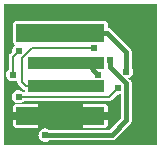
<source format=gbl>
G04 ---------------------------- Layer name :BOTTOM LAYER*
G04 EasyEDA v5.8.22, Tue, 04 Dec 2018 17:39:39 GMT*
G04 4fbf827f123344ad86e77e575569ff78*
G04 Gerber Generator version 0.2*
G04 Scale: 100 percent, Rotated: No, Reflected: No *
G04 Dimensions in millimeters *
G04 leading zeros omitted , absolute positions ,3 integer and 3 decimal *
%FSLAX33Y33*%
%MOMM*%
G90*
G71D02*

%ADD11C,0.200000*%
%ADD12C,0.399999*%
%ADD15C,0.619760*%
%ADD25R,7.500620X1.501140*%
%ADD26R,6.499860X1.000760*%

%LPD*%
G36*
G01X12999Y0D02*
G01X0Y0D01*
G01X0Y11999D01*
G01X12999Y11999D01*
G01X12999Y0D01*
G37*

%LPC*%
G36*
G01X3429Y313D02*
G01X3485Y308D01*
G01X3542Y310D01*
G01X3598Y317D01*
G01X3653Y329D01*
G01X3707Y347D01*
G01X3758Y370D01*
G01X3807Y399D01*
G01X3837Y421D01*
G01X9124Y421D01*
G01X9139Y421D01*
G01X9153Y421D01*
G01X9167Y423D01*
G01X9181Y424D01*
G01X9195Y426D01*
G01X9210Y429D01*
G01X9223Y431D01*
G01X9237Y435D01*
G01X9251Y439D01*
G01X9265Y443D01*
G01X9278Y447D01*
G01X9292Y452D01*
G01X9305Y458D01*
G01X9318Y464D01*
G01X9331Y470D01*
G01X9343Y477D01*
G01X9356Y484D01*
G01X9368Y491D01*
G01X9380Y499D01*
G01X9391Y507D01*
G01X9403Y516D01*
G01X9414Y525D01*
G01X9425Y534D01*
G01X9435Y544D01*
G01X9445Y553D01*
G01X10696Y1803D01*
G01X10705Y1814D01*
G01X10715Y1824D01*
G01X10724Y1835D01*
G01X10733Y1846D01*
G01X10742Y1858D01*
G01X10750Y1869D01*
G01X10758Y1881D01*
G01X10765Y1893D01*
G01X10772Y1906D01*
G01X10779Y1918D01*
G01X10785Y1931D01*
G01X10791Y1944D01*
G01X10797Y1957D01*
G01X10802Y1971D01*
G01X10806Y1984D01*
G01X10810Y1998D01*
G01X10814Y2012D01*
G01X10818Y2025D01*
G01X10820Y2039D01*
G01X10823Y2053D01*
G01X10825Y2068D01*
G01X10826Y2082D01*
G01X10828Y2096D01*
G01X10828Y2110D01*
G01X10828Y2124D01*
G01X10828Y5249D01*
G01X10828Y5264D01*
G01X10828Y5278D01*
G01X10826Y5292D01*
G01X10825Y5306D01*
G01X10823Y5320D01*
G01X10820Y5335D01*
G01X10818Y5349D01*
G01X10814Y5362D01*
G01X10810Y5376D01*
G01X10806Y5390D01*
G01X10802Y5403D01*
G01X10797Y5417D01*
G01X10791Y5430D01*
G01X10785Y5443D01*
G01X10779Y5456D01*
G01X10772Y5468D01*
G01X10765Y5481D01*
G01X10758Y5493D01*
G01X10750Y5505D01*
G01X10742Y5516D01*
G01X10733Y5528D01*
G01X10724Y5539D01*
G01X10715Y5550D01*
G01X10705Y5560D01*
G01X10696Y5571D01*
G01X10553Y5713D01*
G01X10581Y5722D01*
G01X10633Y5745D01*
G01X10682Y5774D01*
G01X10728Y5807D01*
G01X10770Y5844D01*
G01X10808Y5885D01*
G01X10842Y5930D01*
G01X10872Y5979D01*
G01X10896Y6029D01*
G01X10916Y6082D01*
G01X10930Y6137D01*
G01X10938Y6193D01*
G01X10941Y6249D01*
G01X10938Y6306D01*
G01X10930Y6362D01*
G01X10916Y6416D01*
G01X10896Y6469D01*
G01X10872Y6520D01*
G01X10842Y6568D01*
G01X10828Y6587D01*
G01X10828Y7875D01*
G01X10828Y7889D01*
G01X10827Y7903D01*
G01X10826Y7917D01*
G01X10825Y7931D01*
G01X10823Y7946D01*
G01X10820Y7960D01*
G01X10817Y7974D01*
G01X10814Y7987D01*
G01X10810Y8001D01*
G01X10806Y8015D01*
G01X10802Y8028D01*
G01X10797Y8042D01*
G01X10791Y8055D01*
G01X10785Y8068D01*
G01X10779Y8081D01*
G01X10772Y8093D01*
G01X10765Y8106D01*
G01X10758Y8118D01*
G01X10750Y8130D01*
G01X10742Y8141D01*
G01X10733Y8153D01*
G01X10724Y8164D01*
G01X10715Y8175D01*
G01X10705Y8185D01*
G01X10695Y8196D01*
G01X9065Y9826D01*
G01X9055Y9836D01*
G01X9044Y9845D01*
G01X9034Y9854D01*
G01X9023Y9863D01*
G01X9011Y9872D01*
G01X8999Y9880D01*
G01X8988Y9888D01*
G01X8975Y9895D01*
G01X8963Y9903D01*
G01X8950Y9909D01*
G01X8938Y9915D01*
G01X8925Y9921D01*
G01X8911Y9927D01*
G01X8898Y9932D01*
G01X8885Y9936D01*
G01X8871Y9941D01*
G01X8857Y9944D01*
G01X8843Y9948D01*
G01X8829Y9951D01*
G01X8815Y9953D01*
G01X8801Y9955D01*
G01X8801Y9955D01*
G01X8801Y10255D01*
G01X8800Y10266D01*
G01X8800Y10276D01*
G01X8799Y10287D01*
G01X8797Y10297D01*
G01X8795Y10307D01*
G01X8793Y10318D01*
G01X8790Y10328D01*
G01X8787Y10338D01*
G01X8783Y10348D01*
G01X8779Y10357D01*
G01X8775Y10367D01*
G01X8770Y10376D01*
G01X8765Y10385D01*
G01X8759Y10394D01*
G01X8753Y10403D01*
G01X8747Y10411D01*
G01X8740Y10419D01*
G01X8733Y10427D01*
G01X8726Y10435D01*
G01X8719Y10442D01*
G01X8711Y10449D01*
G01X8703Y10456D01*
G01X8694Y10462D01*
G01X8686Y10468D01*
G01X8677Y10473D01*
G01X8667Y10479D01*
G01X8658Y10483D01*
G01X8649Y10488D01*
G01X8639Y10492D01*
G01X8629Y10495D01*
G01X8619Y10499D01*
G01X8609Y10501D01*
G01X8599Y10504D01*
G01X8588Y10506D01*
G01X8578Y10507D01*
G01X8568Y10508D01*
G01X8557Y10509D01*
G01X8547Y10509D01*
G01X1046Y10509D01*
G01X1035Y10509D01*
G01X1025Y10508D01*
G01X1015Y10507D01*
G01X1004Y10506D01*
G01X994Y10504D01*
G01X984Y10501D01*
G01X974Y10499D01*
G01X964Y10495D01*
G01X954Y10492D01*
G01X944Y10488D01*
G01X934Y10483D01*
G01X925Y10479D01*
G01X916Y10473D01*
G01X907Y10468D01*
G01X898Y10462D01*
G01X890Y10456D01*
G01X882Y10449D01*
G01X874Y10442D01*
G01X866Y10435D01*
G01X859Y10427D01*
G01X852Y10419D01*
G01X846Y10411D01*
G01X839Y10403D01*
G01X833Y10394D01*
G01X828Y10385D01*
G01X823Y10376D01*
G01X818Y10367D01*
G01X813Y10357D01*
G01X809Y10348D01*
G01X806Y10338D01*
G01X803Y10328D01*
G01X800Y10318D01*
G01X797Y10307D01*
G01X795Y10297D01*
G01X794Y10287D01*
G01X793Y10276D01*
G01X792Y10266D01*
G01X792Y10255D01*
G01X792Y8754D01*
G01X792Y8744D01*
G01X793Y8733D01*
G01X794Y8723D01*
G01X795Y8712D01*
G01X797Y8702D01*
G01X800Y8692D01*
G01X803Y8682D01*
G01X806Y8672D01*
G01X809Y8662D01*
G01X813Y8652D01*
G01X818Y8643D01*
G01X823Y8633D01*
G01X828Y8624D01*
G01X833Y8615D01*
G01X839Y8607D01*
G01X846Y8598D01*
G01X852Y8590D01*
G01X859Y8582D01*
G01X866Y8575D01*
G01X874Y8567D01*
G01X882Y8560D01*
G01X890Y8554D01*
G01X898Y8547D01*
G01X907Y8541D01*
G01X916Y8536D01*
G01X925Y8531D01*
G01X934Y8526D01*
G01X944Y8522D01*
G01X954Y8517D01*
G01X964Y8514D01*
G01X974Y8511D01*
G01X984Y8508D01*
G01X994Y8506D01*
G01X996Y8505D01*
G01X966Y8490D01*
G01X919Y8459D01*
G01X875Y8424D01*
G01X834Y8385D01*
G01X798Y8341D01*
G01X766Y8295D01*
G01X739Y8245D01*
G01X717Y8193D01*
G01X701Y8139D01*
G01X689Y8084D01*
G01X684Y8028D01*
G01X684Y7971D01*
G01X687Y7938D01*
G01X499Y7750D01*
G01X490Y7741D01*
G01X482Y7731D01*
G01X474Y7722D01*
G01X466Y7712D01*
G01X459Y7701D01*
G01X452Y7691D01*
G01X445Y7680D01*
G01X439Y7669D01*
G01X433Y7658D01*
G01X428Y7647D01*
G01X422Y7635D01*
G01X418Y7623D01*
G01X414Y7611D01*
G01X410Y7599D01*
G01X407Y7587D01*
G01X404Y7575D01*
G01X401Y7562D01*
G01X399Y7550D01*
G01X398Y7537D01*
G01X396Y7525D01*
G01X396Y7512D01*
G01X396Y7500D01*
G01X396Y6441D01*
G01X375Y6424D01*
G01X334Y6385D01*
G01X298Y6341D01*
G01X266Y6295D01*
G01X239Y6245D01*
G01X217Y6193D01*
G01X201Y6139D01*
G01X189Y6084D01*
G01X184Y6028D01*
G01X184Y5971D01*
G01X189Y5915D01*
G01X201Y5860D01*
G01X217Y5806D01*
G01X239Y5754D01*
G01X266Y5704D01*
G01X298Y5657D01*
G01X334Y5614D01*
G01X375Y5575D01*
G01X419Y5540D01*
G01X466Y5509D01*
G01X517Y5483D01*
G01X569Y5463D01*
G01X624Y5447D01*
G01X679Y5437D01*
G01X735Y5433D01*
G01X792Y5435D01*
G01X848Y5442D01*
G01X903Y5454D01*
G01X956Y5472D01*
G01X1008Y5495D01*
G01X1057Y5524D01*
G01X1103Y5557D01*
G01X1145Y5594D01*
G01X1145Y5594D01*
G01X1145Y5374D01*
G01X1146Y5362D01*
G01X1146Y5349D01*
G01X1148Y5337D01*
G01X1149Y5324D01*
G01X1151Y5312D01*
G01X1154Y5299D01*
G01X1156Y5287D01*
G01X1160Y5275D01*
G01X1164Y5263D01*
G01X1168Y5251D01*
G01X1172Y5239D01*
G01X1177Y5227D01*
G01X1183Y5216D01*
G01X1189Y5205D01*
G01X1195Y5194D01*
G01X1202Y5183D01*
G01X1209Y5173D01*
G01X1216Y5162D01*
G01X1224Y5152D01*
G01X1232Y5143D01*
G01X1240Y5133D01*
G01X1249Y5124D01*
G01X1624Y4749D01*
G01X1633Y4740D01*
G01X1643Y4732D01*
G01X1652Y4724D01*
G01X1662Y4716D01*
G01X1673Y4709D01*
G01X1683Y4702D01*
G01X1694Y4695D01*
G01X1705Y4689D01*
G01X1716Y4683D01*
G01X1727Y4677D01*
G01X1739Y4672D01*
G01X1751Y4668D01*
G01X1763Y4664D01*
G01X1775Y4660D01*
G01X1787Y4656D01*
G01X1799Y4654D01*
G01X1800Y4653D01*
G01X1800Y4509D01*
G01X1801Y4498D01*
G01X1801Y4488D01*
G01X1802Y4478D01*
G01X1691Y4478D01*
G01X1683Y4489D01*
G01X1645Y4530D01*
G01X1603Y4567D01*
G01X1557Y4600D01*
G01X1508Y4628D01*
G01X1456Y4652D01*
G01X1403Y4670D01*
G01X1348Y4682D01*
G01X1292Y4689D01*
G01X1235Y4691D01*
G01X1179Y4686D01*
G01X1123Y4677D01*
G01X1069Y4661D01*
G01X1016Y4641D01*
G01X966Y4615D01*
G01X919Y4584D01*
G01X875Y4549D01*
G01X834Y4510D01*
G01X798Y4466D01*
G01X766Y4420D01*
G01X739Y4370D01*
G01X717Y4318D01*
G01X701Y4264D01*
G01X689Y4209D01*
G01X684Y4153D01*
G01X684Y4096D01*
G01X689Y4040D01*
G01X701Y3985D01*
G01X717Y3931D01*
G01X739Y3879D01*
G01X766Y3829D01*
G01X798Y3782D01*
G01X834Y3739D01*
G01X875Y3700D01*
G01X919Y3665D01*
G01X966Y3634D01*
G01X1016Y3608D01*
G01X1069Y3588D01*
G01X1123Y3572D01*
G01X1179Y3562D01*
G01X1235Y3558D01*
G01X1292Y3560D01*
G01X1348Y3567D01*
G01X1403Y3579D01*
G01X1456Y3597D01*
G01X1508Y3620D01*
G01X1557Y3649D01*
G01X1603Y3682D01*
G01X1645Y3719D01*
G01X1683Y3760D01*
G01X1691Y3770D01*
G01X8874Y3770D01*
G01X8887Y3771D01*
G01X8900Y3771D01*
G01X8912Y3773D01*
G01X8925Y3774D01*
G01X8937Y3776D01*
G01X8950Y3779D01*
G01X8962Y3781D01*
G01X8974Y3785D01*
G01X8986Y3789D01*
G01X8998Y3793D01*
G01X9010Y3797D01*
G01X9022Y3802D01*
G01X9033Y3808D01*
G01X9044Y3814D01*
G01X9055Y3820D01*
G01X9066Y3827D01*
G01X9076Y3834D01*
G01X9087Y3841D01*
G01X9097Y3849D01*
G01X9106Y3857D01*
G01X9116Y3865D01*
G01X9125Y3874D01*
G01X9561Y4311D01*
G01X9612Y4307D01*
G01X9669Y4308D01*
G01X9725Y4315D01*
G01X9780Y4328D01*
G01X9833Y4346D01*
G01X9885Y4369D01*
G01X9920Y4389D01*
G01X9920Y2313D01*
G01X8936Y1329D01*
G01X3837Y1329D01*
G01X3807Y1350D01*
G01X3758Y1379D01*
G01X3707Y1402D01*
G01X3653Y1420D01*
G01X3598Y1432D01*
G01X3542Y1439D01*
G01X3485Y1441D01*
G01X3429Y1437D01*
G01X3374Y1427D01*
G01X3319Y1411D01*
G01X3267Y1391D01*
G01X3216Y1365D01*
G01X3169Y1334D01*
G01X3125Y1299D01*
G01X3084Y1260D01*
G01X3048Y1217D01*
G01X3016Y1170D01*
G01X2989Y1120D01*
G01X2967Y1068D01*
G01X2951Y1014D01*
G01X2940Y959D01*
G01X2934Y903D01*
G01X2934Y846D01*
G01X2940Y790D01*
G01X2951Y735D01*
G01X2967Y681D01*
G01X2989Y629D01*
G01X3016Y579D01*
G01X3048Y533D01*
G01X3084Y489D01*
G01X3125Y450D01*
G01X3169Y415D01*
G01X3216Y384D01*
G01X3267Y358D01*
G01X3319Y338D01*
G01X3374Y322D01*
G01X3429Y313D01*
G37*
G36*
G01X6671Y2119D02*
G01X6671Y1490D01*
G01X8547Y1490D01*
G01X8557Y1490D01*
G01X8568Y1491D01*
G01X8578Y1492D01*
G01X8588Y1493D01*
G01X8599Y1495D01*
G01X8609Y1497D01*
G01X8619Y1500D01*
G01X8629Y1503D01*
G01X8639Y1507D01*
G01X8649Y1511D01*
G01X8658Y1516D01*
G01X8667Y1520D01*
G01X8677Y1526D01*
G01X8686Y1531D01*
G01X8694Y1537D01*
G01X8703Y1543D01*
G01X8711Y1550D01*
G01X8719Y1557D01*
G01X8726Y1564D01*
G01X8733Y1572D01*
G01X8740Y1580D01*
G01X8747Y1588D01*
G01X8753Y1596D01*
G01X8759Y1605D01*
G01X8765Y1614D01*
G01X8770Y1623D01*
G01X8775Y1632D01*
G01X8779Y1642D01*
G01X8783Y1651D01*
G01X8787Y1661D01*
G01X8790Y1671D01*
G01X8793Y1681D01*
G01X8795Y1692D01*
G01X8797Y1702D01*
G01X8799Y1712D01*
G01X8800Y1723D01*
G01X8800Y1733D01*
G01X8801Y1744D01*
G01X8801Y2119D01*
G01X6671Y2119D01*
G37*
G36*
G01X1035Y1490D02*
G01X1046Y1490D01*
G01X2921Y1490D01*
G01X2921Y2119D01*
G01X792Y2119D01*
G01X792Y1744D01*
G01X792Y1733D01*
G01X793Y1723D01*
G01X794Y1712D01*
G01X795Y1702D01*
G01X797Y1692D01*
G01X800Y1681D01*
G01X803Y1671D01*
G01X806Y1661D01*
G01X809Y1651D01*
G01X813Y1642D01*
G01X818Y1632D01*
G01X823Y1623D01*
G01X828Y1614D01*
G01X833Y1605D01*
G01X839Y1596D01*
G01X846Y1588D01*
G01X852Y1580D01*
G01X859Y1572D01*
G01X866Y1564D01*
G01X874Y1557D01*
G01X882Y1550D01*
G01X890Y1543D01*
G01X898Y1537D01*
G01X907Y1531D01*
G01X916Y1526D01*
G01X925Y1520D01*
G01X934Y1516D01*
G01X944Y1511D01*
G01X954Y1507D01*
G01X964Y1503D01*
G01X974Y1500D01*
G01X984Y1497D01*
G01X994Y1495D01*
G01X1004Y1493D01*
G01X1015Y1492D01*
G01X1025Y1491D01*
G01X1035Y1490D01*
G37*
G36*
G01X6671Y3499D02*
G01X6671Y2870D01*
G01X8801Y2870D01*
G01X8801Y3245D01*
G01X8800Y3255D01*
G01X8800Y3266D01*
G01X8799Y3276D01*
G01X8797Y3287D01*
G01X8795Y3297D01*
G01X8793Y3307D01*
G01X8790Y3317D01*
G01X8787Y3327D01*
G01X8783Y3337D01*
G01X8779Y3347D01*
G01X8775Y3356D01*
G01X8770Y3366D01*
G01X8765Y3375D01*
G01X8759Y3384D01*
G01X8753Y3392D01*
G01X8747Y3401D01*
G01X8740Y3409D01*
G01X8733Y3417D01*
G01X8726Y3424D01*
G01X8719Y3432D01*
G01X8711Y3439D01*
G01X8703Y3445D01*
G01X8694Y3452D01*
G01X8686Y3458D01*
G01X8677Y3463D01*
G01X8667Y3468D01*
G01X8658Y3473D01*
G01X8649Y3477D01*
G01X8639Y3481D01*
G01X8629Y3485D01*
G01X8619Y3488D01*
G01X8609Y3491D01*
G01X8599Y3493D01*
G01X8588Y3495D01*
G01X8578Y3497D01*
G01X8568Y3498D01*
G01X8557Y3499D01*
G01X8547Y3499D01*
G01X6671Y3499D01*
G37*
G36*
G01X792Y3245D02*
G01X792Y2870D01*
G01X2921Y2870D01*
G01X2921Y3499D01*
G01X1046Y3499D01*
G01X1035Y3499D01*
G01X1025Y3498D01*
G01X1015Y3497D01*
G01X1004Y3495D01*
G01X994Y3493D01*
G01X984Y3491D01*
G01X974Y3488D01*
G01X964Y3485D01*
G01X954Y3481D01*
G01X944Y3477D01*
G01X934Y3473D01*
G01X925Y3468D01*
G01X916Y3463D01*
G01X907Y3458D01*
G01X898Y3452D01*
G01X890Y3445D01*
G01X882Y3439D01*
G01X874Y3432D01*
G01X866Y3424D01*
G01X859Y3417D01*
G01X852Y3409D01*
G01X846Y3401D01*
G01X839Y3392D01*
G01X833Y3384D01*
G01X828Y3375D01*
G01X823Y3366D01*
G01X818Y3356D01*
G01X813Y3347D01*
G01X809Y3337D01*
G01X806Y3327D01*
G01X803Y3317D01*
G01X800Y3307D01*
G01X797Y3297D01*
G01X795Y3287D01*
G01X794Y3276D01*
G01X793Y3266D01*
G01X792Y3255D01*
G01X792Y3245D01*
G37*

%LPD*%
G54D11*
G01X1250Y4124D02*
G01X8874Y4124D01*
G01X9623Y4873D01*
G01X9627Y4873D01*
G01X750Y5999D02*
G01X750Y7500D01*
G01X1249Y7999D01*
G54D12*
G01X4796Y9505D02*
G01X8744Y9505D01*
G01X10374Y7875D01*
G01X10374Y6249D01*
G01X9000Y7249D02*
G01X8999Y6624D01*
G01X10374Y5249D01*
G01X10374Y2124D01*
G01X9124Y875D01*
G01X3500Y875D01*
G01X3500Y875D01*
G01X5304Y6990D02*
G01X7009Y6990D01*
G01X7999Y5999D01*
G54D11*
G01X7624Y8249D02*
G01X2374Y8249D01*
G01X1499Y7374D01*
G01X1499Y5374D01*
G01X1875Y4999D01*
G01X5295Y4999D01*
G01X5304Y5009D01*
G54D25*
G01X4796Y9505D03*
G54D26*
G01X5304Y6990D03*
G54D25*
G01X4796Y2494D03*
G54D26*
G01X5304Y5009D03*
G54D15*
G01X1249Y4124D03*
G01X9627Y4873D03*
G01X7999Y5999D03*
G01X7625Y8249D03*
G01X750Y5999D03*
G01X1249Y7999D03*
G01X10374Y6249D03*
G01X8999Y7249D03*
G01X3500Y875D03*
G01X4500Y2499D03*
M00*
M02*

</source>
